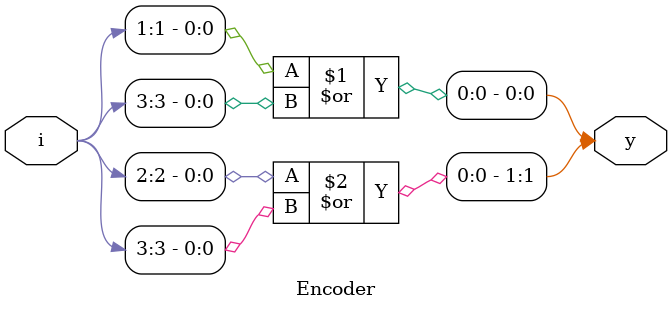
<source format=v>
`timescale 1ns / 1ps


module Encoder(
input [3:0] i,
output [1:0] y
);

//Structural modelling
or o1 (y[0], i[1], i[3]);
or o2 (y[1], i[2], i[3]);
endmodule

</source>
